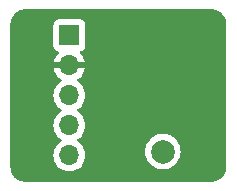
<source format=gbl>
%TF.GenerationSoftware,KiCad,Pcbnew,7.0.2*%
%TF.CreationDate,2023-07-05T23:36:48-07:00*%
%TF.ProjectId,ap5726-lcd-backlight-driver,61703537-3236-42d6-9c63-642d6261636b,rev?*%
%TF.SameCoordinates,Original*%
%TF.FileFunction,Copper,L2,Bot*%
%TF.FilePolarity,Positive*%
%FSLAX46Y46*%
G04 Gerber Fmt 4.6, Leading zero omitted, Abs format (unit mm)*
G04 Created by KiCad (PCBNEW 7.0.2) date 2023-07-05 23:36:48*
%MOMM*%
%LPD*%
G01*
G04 APERTURE LIST*
%TA.AperFunction,ComponentPad*%
%ADD10R,1.700000X1.700000*%
%TD*%
%TA.AperFunction,ComponentPad*%
%ADD11O,1.700000X1.700000*%
%TD*%
%TA.AperFunction,ComponentPad*%
%ADD12C,2.000000*%
%TD*%
%TA.AperFunction,ViaPad*%
%ADD13C,0.800000*%
%TD*%
G04 APERTURE END LIST*
D10*
%TO.P,J1,1,Pin_1*%
%TO.N,VCC*%
X154098000Y-87169000D03*
D11*
%TO.P,J1,2,Pin_2*%
%TO.N,GND*%
X154098000Y-89709000D03*
%TO.P,J1,3,Pin_3*%
%TO.N,/ENABLE*%
X154098000Y-92249000D03*
%TO.P,J1,4,Pin_4*%
%TO.N,/LED_A*%
X154098000Y-94789000D03*
%TO.P,J1,5,Pin_5*%
%TO.N,/LED_K*%
X154098000Y-97329000D03*
%TD*%
D12*
%TO.P,FB,1,1*%
%TO.N,Net-(JP1-B)*%
X162004000Y-97014000D03*
%TD*%
D13*
%TO.N,GND*%
X162687000Y-93218000D03*
X162814000Y-94361000D03*
X166014000Y-97028000D03*
X159131000Y-91821000D03*
%TD*%
%TA.AperFunction,Conductor*%
%TO.N,GND*%
G36*
X166120853Y-84963881D02*
G01*
X166173001Y-84967986D01*
X166313583Y-84980286D01*
X166331705Y-84983238D01*
X166410476Y-85002149D01*
X166413477Y-85002910D01*
X166518793Y-85031130D01*
X166534150Y-85036343D01*
X166562451Y-85048065D01*
X166614496Y-85069622D01*
X166619376Y-85071770D01*
X166712788Y-85115329D01*
X166725135Y-85121963D01*
X166801163Y-85168553D01*
X166807477Y-85172694D01*
X166890166Y-85230594D01*
X166899551Y-85237860D01*
X166967975Y-85296299D01*
X166975124Y-85302908D01*
X167046090Y-85373874D01*
X167052699Y-85381023D01*
X167111135Y-85449442D01*
X167118414Y-85458844D01*
X167176299Y-85541513D01*
X167180451Y-85547845D01*
X167227028Y-85623852D01*
X167233680Y-85636231D01*
X167277208Y-85729577D01*
X167279388Y-85734531D01*
X167312655Y-85814848D01*
X167317868Y-85830205D01*
X167346067Y-85935442D01*
X167346866Y-85938589D01*
X167365760Y-86017290D01*
X167368714Y-86035429D01*
X167381020Y-86176082D01*
X167385119Y-86228166D01*
X167385500Y-86237871D01*
X167385500Y-98293123D01*
X167385118Y-98302853D01*
X167381020Y-98354916D01*
X167368714Y-98495571D01*
X167365760Y-98513705D01*
X167346866Y-98592408D01*
X167346067Y-98595556D01*
X167317868Y-98700793D01*
X167312655Y-98716150D01*
X167279388Y-98796467D01*
X167277208Y-98801421D01*
X167233680Y-98894767D01*
X167227025Y-98907153D01*
X167180451Y-98983153D01*
X167176299Y-98989485D01*
X167118414Y-99072154D01*
X167111129Y-99081563D01*
X167052699Y-99149975D01*
X167046090Y-99157124D01*
X166975124Y-99228090D01*
X166967975Y-99234699D01*
X166899563Y-99293129D01*
X166890154Y-99300414D01*
X166807485Y-99358299D01*
X166801153Y-99362451D01*
X166725153Y-99409025D01*
X166712767Y-99415680D01*
X166619421Y-99459208D01*
X166614467Y-99461388D01*
X166534150Y-99494655D01*
X166518793Y-99499868D01*
X166413556Y-99528067D01*
X166410409Y-99528866D01*
X166331708Y-99547760D01*
X166313569Y-99550714D01*
X166172917Y-99563020D01*
X166149706Y-99564847D01*
X166120833Y-99567119D01*
X166111129Y-99567500D01*
X150372877Y-99567500D01*
X150363147Y-99567118D01*
X150311083Y-99563020D01*
X150170427Y-99550714D01*
X150152293Y-99547760D01*
X150073590Y-99528866D01*
X150070442Y-99528067D01*
X149965205Y-99499868D01*
X149949848Y-99494655D01*
X149869531Y-99461388D01*
X149864577Y-99459208D01*
X149771224Y-99415676D01*
X149758852Y-99409028D01*
X149711554Y-99380044D01*
X149682845Y-99362451D01*
X149676513Y-99358299D01*
X149641624Y-99333869D01*
X149593839Y-99300410D01*
X149584442Y-99293135D01*
X149516023Y-99234699D01*
X149508874Y-99228090D01*
X149437908Y-99157124D01*
X149431299Y-99149975D01*
X149410545Y-99125675D01*
X149372860Y-99081551D01*
X149365594Y-99072166D01*
X149307694Y-98989477D01*
X149303547Y-98983153D01*
X149256963Y-98907135D01*
X149250329Y-98894788D01*
X149206770Y-98801376D01*
X149204622Y-98796496D01*
X149171343Y-98716150D01*
X149166130Y-98700793D01*
X149156288Y-98664063D01*
X149137910Y-98595476D01*
X149137153Y-98592494D01*
X149118236Y-98513698D01*
X149115285Y-98495579D01*
X149102979Y-98354916D01*
X149098880Y-98302833D01*
X149098500Y-98293131D01*
X149098500Y-97329000D01*
X152742340Y-97329000D01*
X152762936Y-97564407D01*
X152807469Y-97730604D01*
X152824097Y-97792663D01*
X152923965Y-98006830D01*
X153059505Y-98200401D01*
X153226599Y-98367495D01*
X153420170Y-98503035D01*
X153634337Y-98602903D01*
X153862592Y-98664063D01*
X154098000Y-98684659D01*
X154333408Y-98664063D01*
X154561663Y-98602903D01*
X154775830Y-98503035D01*
X154969401Y-98367495D01*
X155136495Y-98200401D01*
X155272035Y-98006830D01*
X155371903Y-97792663D01*
X155433063Y-97564408D01*
X155453659Y-97329000D01*
X155433063Y-97093592D01*
X155411736Y-97013999D01*
X160498356Y-97013999D01*
X160518891Y-97261816D01*
X160518891Y-97261819D01*
X160518892Y-97261821D01*
X160579937Y-97502881D01*
X160624960Y-97605523D01*
X160679825Y-97730604D01*
X160679827Y-97730607D01*
X160815836Y-97938785D01*
X160984256Y-98121738D01*
X160984259Y-98121740D01*
X161180485Y-98274470D01*
X161180487Y-98274471D01*
X161180491Y-98274474D01*
X161399190Y-98392828D01*
X161634386Y-98473571D01*
X161879665Y-98514500D01*
X162128335Y-98514500D01*
X162373614Y-98473571D01*
X162608810Y-98392828D01*
X162827509Y-98274474D01*
X163023744Y-98121738D01*
X163192164Y-97938785D01*
X163328173Y-97730607D01*
X163428063Y-97502881D01*
X163489108Y-97261821D01*
X163509643Y-97014000D01*
X163489108Y-96766179D01*
X163428063Y-96525119D01*
X163328173Y-96297393D01*
X163192164Y-96089215D01*
X163023744Y-95906262D01*
X163001612Y-95889036D01*
X162827514Y-95753529D01*
X162827510Y-95753526D01*
X162827509Y-95753526D01*
X162608810Y-95635172D01*
X162608806Y-95635170D01*
X162608805Y-95635170D01*
X162373615Y-95554429D01*
X162128335Y-95513500D01*
X161879665Y-95513500D01*
X161634384Y-95554429D01*
X161399194Y-95635170D01*
X161180485Y-95753529D01*
X160984259Y-95906259D01*
X160984256Y-95906261D01*
X160984256Y-95906262D01*
X160886916Y-96012002D01*
X160815837Y-96089214D01*
X160679825Y-96297395D01*
X160609554Y-96457598D01*
X160579937Y-96525119D01*
X160548016Y-96651171D01*
X160518891Y-96766183D01*
X160498356Y-97013999D01*
X155411736Y-97013999D01*
X155371903Y-96865337D01*
X155272035Y-96651171D01*
X155136495Y-96457599D01*
X154969401Y-96290505D01*
X154783839Y-96160573D01*
X154740216Y-96105998D01*
X154733022Y-96036500D01*
X154764545Y-95974145D01*
X154783837Y-95957428D01*
X154969401Y-95827495D01*
X155136495Y-95660401D01*
X155272035Y-95466830D01*
X155371903Y-95252663D01*
X155433063Y-95024408D01*
X155453659Y-94789000D01*
X155433063Y-94553592D01*
X155371903Y-94325337D01*
X155272035Y-94111171D01*
X155136495Y-93917599D01*
X154969401Y-93750505D01*
X154783839Y-93620573D01*
X154740216Y-93565998D01*
X154733022Y-93496500D01*
X154764545Y-93434145D01*
X154783837Y-93417428D01*
X154969401Y-93287495D01*
X155136495Y-93120401D01*
X155272035Y-92926830D01*
X155371903Y-92712663D01*
X155433063Y-92484408D01*
X155453659Y-92249000D01*
X155433063Y-92013592D01*
X155371903Y-91785337D01*
X155272035Y-91571171D01*
X155136495Y-91377599D01*
X154969401Y-91210505D01*
X154783402Y-91080267D01*
X154739780Y-91025692D01*
X154732587Y-90956193D01*
X154764109Y-90893839D01*
X154783405Y-90877119D01*
X154969078Y-90747109D01*
X155136106Y-90580081D01*
X155271600Y-90386576D01*
X155371430Y-90172492D01*
X155428636Y-89959000D01*
X154531686Y-89959000D01*
X154557493Y-89918844D01*
X154598000Y-89780889D01*
X154598000Y-89637111D01*
X154557493Y-89499156D01*
X154531686Y-89459000D01*
X155428636Y-89459000D01*
X155428635Y-89458999D01*
X155371430Y-89245507D01*
X155271599Y-89031421D01*
X155136109Y-88837921D01*
X155014053Y-88715865D01*
X154980568Y-88654542D01*
X154985552Y-88584850D01*
X155027424Y-88528917D01*
X155058397Y-88512004D01*
X155190331Y-88462796D01*
X155305546Y-88376546D01*
X155391796Y-88261331D01*
X155442091Y-88126483D01*
X155448500Y-88066873D01*
X155448499Y-86271128D01*
X155442091Y-86211517D01*
X155391796Y-86076669D01*
X155305546Y-85961454D01*
X155190331Y-85875204D01*
X155055483Y-85824909D01*
X154995873Y-85818500D01*
X154992550Y-85818500D01*
X153203439Y-85818500D01*
X153203420Y-85818500D01*
X153200128Y-85818501D01*
X153196848Y-85818853D01*
X153196840Y-85818854D01*
X153140515Y-85824909D01*
X153005669Y-85875204D01*
X152890454Y-85961454D01*
X152804204Y-86076668D01*
X152753909Y-86211516D01*
X152751076Y-86237871D01*
X152747500Y-86271127D01*
X152747500Y-86274448D01*
X152747500Y-86274449D01*
X152747500Y-88063560D01*
X152747500Y-88063578D01*
X152747501Y-88066872D01*
X152753909Y-88126483D01*
X152804204Y-88261331D01*
X152890454Y-88376546D01*
X153005669Y-88462796D01*
X153137598Y-88512002D01*
X153193532Y-88553873D01*
X153217949Y-88619337D01*
X153203097Y-88687610D01*
X153181947Y-88715865D01*
X153059888Y-88837924D01*
X152924400Y-89031421D01*
X152824569Y-89245507D01*
X152767364Y-89458999D01*
X152767364Y-89459000D01*
X153664314Y-89459000D01*
X153638507Y-89499156D01*
X153598000Y-89637111D01*
X153598000Y-89780889D01*
X153638507Y-89918844D01*
X153664314Y-89959000D01*
X152767364Y-89959000D01*
X152824569Y-90172492D01*
X152924399Y-90386576D01*
X153059893Y-90580081D01*
X153226918Y-90747106D01*
X153412595Y-90877119D01*
X153456219Y-90931696D01*
X153463412Y-91001195D01*
X153431890Y-91063549D01*
X153412595Y-91080269D01*
X153226595Y-91210508D01*
X153059505Y-91377598D01*
X152923965Y-91571170D01*
X152824097Y-91785336D01*
X152762936Y-92013592D01*
X152742340Y-92249000D01*
X152762936Y-92484407D01*
X152807709Y-92651502D01*
X152824097Y-92712663D01*
X152923965Y-92926830D01*
X153059505Y-93120401D01*
X153226599Y-93287495D01*
X153412160Y-93417426D01*
X153455783Y-93472002D01*
X153462976Y-93541501D01*
X153431454Y-93603855D01*
X153412159Y-93620575D01*
X153226595Y-93750508D01*
X153059505Y-93917598D01*
X152923965Y-94111170D01*
X152824097Y-94325336D01*
X152762936Y-94553592D01*
X152742340Y-94788999D01*
X152762936Y-95024407D01*
X152807709Y-95191502D01*
X152824097Y-95252663D01*
X152923965Y-95466830D01*
X153059505Y-95660401D01*
X153226599Y-95827495D01*
X153412160Y-95957426D01*
X153455783Y-96012002D01*
X153462976Y-96081501D01*
X153431454Y-96143855D01*
X153412159Y-96160575D01*
X153226595Y-96290508D01*
X153059505Y-96457598D01*
X152923965Y-96651170D01*
X152824097Y-96865336D01*
X152762936Y-97093592D01*
X152742340Y-97329000D01*
X149098500Y-97329000D01*
X149098500Y-86237871D01*
X149098882Y-86228144D01*
X149102986Y-86175999D01*
X149115286Y-86035412D01*
X149118238Y-86017293D01*
X149118239Y-86017290D01*
X149137158Y-85938486D01*
X149137901Y-85935558D01*
X149166133Y-85830196D01*
X149171343Y-85814848D01*
X149204637Y-85734469D01*
X149206754Y-85729656D01*
X149250336Y-85636196D01*
X149256954Y-85623878D01*
X149303572Y-85547806D01*
X149307673Y-85541552D01*
X149365608Y-85458812D01*
X149372843Y-85449468D01*
X149431323Y-85380996D01*
X149437883Y-85373900D01*
X149508900Y-85302883D01*
X149515996Y-85296323D01*
X149584468Y-85237843D01*
X149593812Y-85230608D01*
X149676552Y-85172673D01*
X149682806Y-85168572D01*
X149758878Y-85121954D01*
X149771196Y-85115336D01*
X149864656Y-85071754D01*
X149869469Y-85069637D01*
X149949853Y-85036341D01*
X149965196Y-85031133D01*
X150070559Y-85002901D01*
X150073469Y-85002162D01*
X150152305Y-84983235D01*
X150170416Y-84980286D01*
X150311078Y-84967979D01*
X150363167Y-84963880D01*
X150372868Y-84963500D01*
X166111126Y-84963500D01*
X166120853Y-84963881D01*
G37*
%TD.AperFunction*%
%TD*%
M02*

</source>
